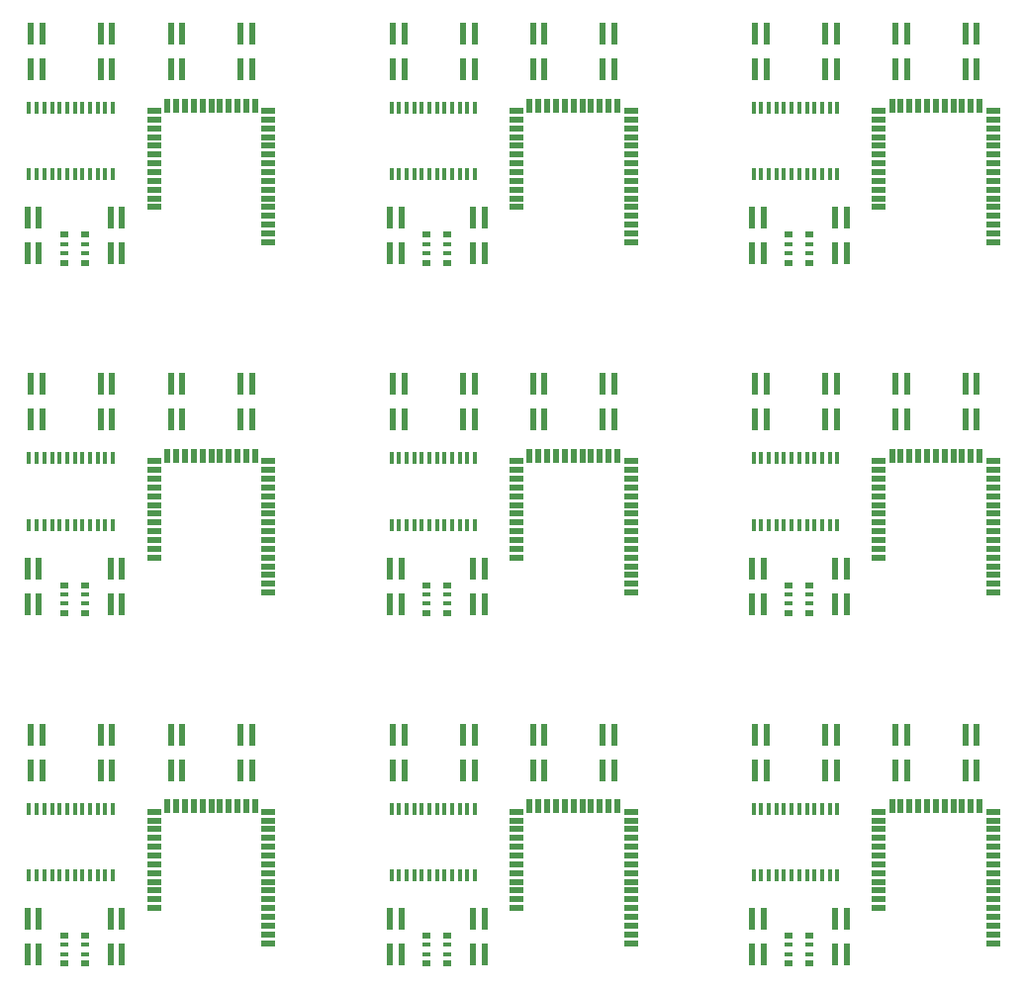
<source format=gbp>
%MOIN*%
%OFA0B0*%
%FSLAX46Y46*%
%IPPOS*%
%LPD*%
%ADD10R,0.047244094488188976X0.01968503937007874*%
%ADD11R,0.01968503937007874X0.047244094488188976*%
%ADD12R,0.015748031496062995X0.043307086614173235*%
%ADD13R,0.031496062992125991X0.01968503937007874*%
%ADD14R,0.031496062992125991X0.015748031496062995*%
%ADD15R,0.01968503937007874X0.072834645669291348*%
%ADD26R,0.047244094488188976X0.01968503937007874*%
%ADD27R,0.01968503937007874X0.047244094488188976*%
%ADD28R,0.015748031496062995X0.043307086614173235*%
%ADD29R,0.031496062992125991X0.01968503937007874*%
%ADD30R,0.031496062992125991X0.015748031496062995*%
%ADD31R,0.01968503937007874X0.072834645669291348*%
%ADD32R,0.047244094488188976X0.01968503937007874*%
%ADD33R,0.01968503937007874X0.047244094488188976*%
%ADD34R,0.015748031496062995X0.043307086614173235*%
%ADD35R,0.031496062992125991X0.01968503937007874*%
%ADD36R,0.031496062992125991X0.015748031496062995*%
%ADD37R,0.01968503937007874X0.072834645669291348*%
%ADD38R,0.047244094488188976X0.01968503937007874*%
%ADD39R,0.01968503937007874X0.047244094488188976*%
%ADD40R,0.015748031496062995X0.043307086614173235*%
%ADD41R,0.031496062992125991X0.01968503937007874*%
%ADD42R,0.031496062992125991X0.015748031496062995*%
%ADD43R,0.01968503937007874X0.072834645669291348*%
%ADD44R,0.047244094488188976X0.01968503937007874*%
%ADD45R,0.01968503937007874X0.047244094488188976*%
%ADD46R,0.015748031496062995X0.043307086614173235*%
%ADD47R,0.031496062992125991X0.01968503937007874*%
%ADD48R,0.031496062992125991X0.015748031496062995*%
%ADD49R,0.01968503937007874X0.072834645669291348*%
%ADD50R,0.047244094488188976X0.01968503937007874*%
%ADD51R,0.01968503937007874X0.047244094488188976*%
%ADD52R,0.015748031496062995X0.043307086614173235*%
%ADD53R,0.031496062992125991X0.01968503937007874*%
%ADD54R,0.031496062992125991X0.015748031496062995*%
%ADD55R,0.01968503937007874X0.072834645669291348*%
%ADD56R,0.047244094488188976X0.01968503937007874*%
%ADD57R,0.01968503937007874X0.047244094488188976*%
%ADD58R,0.015748031496062995X0.043307086614173235*%
%ADD59R,0.031496062992125991X0.01968503937007874*%
%ADD60R,0.031496062992125991X0.015748031496062995*%
%ADD61R,0.01968503937007874X0.072834645669291348*%
%ADD62R,0.047244094488188976X0.01968503937007874*%
%ADD63R,0.01968503937007874X0.047244094488188976*%
%ADD64R,0.015748031496062995X0.043307086614173235*%
%ADD65R,0.031496062992125991X0.01968503937007874*%
%ADD66R,0.031496062992125991X0.015748031496062995*%
%ADD67R,0.01968503937007874X0.072834645669291348*%
%ADD68R,0.047244094488188976X0.01968503937007874*%
%ADD69R,0.01968503937007874X0.047244094488188976*%
%ADD70R,0.015748031496062995X0.043307086614173235*%
%ADD71R,0.031496062992125991X0.01968503937007874*%
%ADD72R,0.031496062992125991X0.015748031496062995*%
%ADD73R,0.01968503937007874X0.072834645669291348*%
D10*
X-0005196850Y0007007874D02*
X0000799566Y0002970551D03*
X0000799566Y0003000078D03*
X0000799566Y0003029606D03*
X0000799566Y0003059133D03*
X0000799566Y0003088661D03*
X0000799566Y0003118188D03*
X0000799566Y0003147716D03*
X0000799566Y0003177244D03*
X0000799566Y0003206771D03*
X0000799566Y0003236299D03*
X0000799566Y0003265826D03*
X0000799566Y0003295354D03*
D11*
X0000844842Y0003313070D03*
X0000874370Y0003313070D03*
X0000903897Y0003313070D03*
X0000933425Y0003313070D03*
X0000962952Y0003313070D03*
X0000992480Y0003313070D03*
X0001022007Y0003313070D03*
X0001051535Y0003313070D03*
X0001081062Y0003313070D03*
X0001110590Y0003313070D03*
X0001140118Y0003313070D03*
D10*
X0001185393Y0003295354D03*
X0001185393Y0003265826D03*
X0001185393Y0003236299D03*
X0001185393Y0003206771D03*
X0001185393Y0003177244D03*
X0001185393Y0003147716D03*
X0001185393Y0003118188D03*
X0001185393Y0003088661D03*
X0001185393Y0003059133D03*
X0001185393Y0003029606D03*
X0001185393Y0003000078D03*
X0001185393Y0002970551D03*
X0001185393Y0002941023D03*
X0001185393Y0002911496D03*
X0001185393Y0002881968D03*
X0001185393Y0002852440D03*
D12*
X0000378818Y0003081102D03*
X0000404409Y0003081102D03*
X0000429999Y0003081102D03*
X0000455590Y0003081102D03*
X0000481181Y0003081102D03*
X0000506771Y0003081102D03*
X0000532362Y0003081102D03*
X0000557952Y0003081102D03*
X0000583543Y0003081102D03*
X0000609133Y0003081102D03*
X0000634724Y0003081102D03*
X0000660314Y0003081102D03*
X0000660314Y0003305511D03*
X0000634724Y0003305511D03*
X0000609133Y0003305511D03*
X0000583543Y0003305511D03*
X0000557952Y0003305511D03*
X0000532362Y0003305511D03*
X0000506771Y0003305511D03*
X0000481181Y0003305511D03*
X0000455590Y0003305511D03*
X0000429999Y0003305511D03*
X0000404409Y0003305511D03*
X0000378818Y0003305511D03*
D13*
X0000567598Y0002878031D03*
D14*
X0000567598Y0002815039D03*
X0000567598Y0002846535D03*
D13*
X0000567598Y0002783543D03*
D14*
X0000496732Y0002846535D03*
D13*
X0000496732Y0002878031D03*
D14*
X0000496732Y0002815039D03*
D13*
X0000496732Y0002783543D03*
D15*
X0000652401Y0002814055D03*
X0000652401Y0002934133D03*
X0000691771Y0002814055D03*
X0000691771Y0002934133D03*
X0000411929Y0002934133D03*
X0000411929Y0002814055D03*
X0000372559Y0002934133D03*
X0000372559Y0002814055D03*
X0001131023Y0003554881D03*
X0001131023Y0003434803D03*
X0001091653Y0003554881D03*
X0001091653Y0003434803D03*
X0000894894Y0003554881D03*
X0000894894Y0003434803D03*
X0000855524Y0003554881D03*
X0000855524Y0003434803D03*
X0000619396Y0003434803D03*
X0000619396Y0003554881D03*
X0000658766Y0003434803D03*
X0000658766Y0003554881D03*
X0000422637Y0003554881D03*
X0000422637Y0003434803D03*
X0000383267Y0003554881D03*
X0000383267Y0003434803D03*
G04 next file*
G04 #@! TF.GenerationSoftware,KiCad,Pcbnew,(5.1.2)-1*
G04 #@! TF.CreationDate,2019-11-08T13:50:46+05:30*
G04 #@! TF.ProjectId,TALK,54414c4b-2e6b-4696-9361-645f70636258,rev?*
G04 #@! TF.SameCoordinates,Original*
G04 #@! TF.FileFunction,Paste,Bot*
G04 #@! TF.FilePolarity,Positive*
G04 Gerber Fmt 4.6, Leading zero omitted, Abs format (unit mm)*
G04 Created by KiCad (PCBNEW (5.1.2)-1) date 2019-11-08 13:50:46*
G04 APERTURE LIST*
G04 APERTURE END LIST*
D26*
X-0003976377Y0007007874D02*
X0002020039Y0002970551D03*
X0002020039Y0003000078D03*
X0002020039Y0003029606D03*
X0002020039Y0003059133D03*
X0002020039Y0003088661D03*
X0002020039Y0003118188D03*
X0002020039Y0003147716D03*
X0002020039Y0003177244D03*
X0002020039Y0003206771D03*
X0002020039Y0003236299D03*
X0002020039Y0003265826D03*
X0002020039Y0003295354D03*
D27*
X0002065314Y0003313070D03*
X0002094842Y0003313070D03*
X0002124370Y0003313070D03*
X0002153897Y0003313070D03*
X0002183425Y0003313070D03*
X0002212952Y0003313070D03*
X0002242480Y0003313070D03*
X0002272007Y0003313070D03*
X0002301535Y0003313070D03*
X0002331062Y0003313070D03*
X0002360590Y0003313070D03*
D26*
X0002405866Y0003295354D03*
X0002405866Y0003265826D03*
X0002405866Y0003236299D03*
X0002405866Y0003206771D03*
X0002405866Y0003177244D03*
X0002405866Y0003147716D03*
X0002405866Y0003118188D03*
X0002405866Y0003088661D03*
X0002405866Y0003059133D03*
X0002405866Y0003029606D03*
X0002405866Y0003000078D03*
X0002405866Y0002970551D03*
X0002405866Y0002941023D03*
X0002405866Y0002911496D03*
X0002405866Y0002881968D03*
X0002405866Y0002852440D03*
D28*
X0001599291Y0003081102D03*
X0001624881Y0003081102D03*
X0001650472Y0003081102D03*
X0001676062Y0003081102D03*
X0001701653Y0003081102D03*
X0001727244Y0003081102D03*
X0001752834Y0003081102D03*
X0001778425Y0003081102D03*
X0001804015Y0003081102D03*
X0001829606Y0003081102D03*
X0001855196Y0003081102D03*
X0001880787Y0003081102D03*
X0001880787Y0003305511D03*
X0001855196Y0003305511D03*
X0001829606Y0003305511D03*
X0001804015Y0003305511D03*
X0001778425Y0003305511D03*
X0001752834Y0003305511D03*
X0001727244Y0003305511D03*
X0001701653Y0003305511D03*
X0001676062Y0003305511D03*
X0001650472Y0003305511D03*
X0001624881Y0003305511D03*
X0001599291Y0003305511D03*
D29*
X0001788070Y0002878031D03*
D30*
X0001788070Y0002815039D03*
X0001788070Y0002846535D03*
D29*
X0001788070Y0002783543D03*
D30*
X0001717204Y0002846535D03*
D29*
X0001717204Y0002878031D03*
D30*
X0001717204Y0002815039D03*
D29*
X0001717204Y0002783543D03*
D31*
X0001872874Y0002814055D03*
X0001872874Y0002934133D03*
X0001912244Y0002814055D03*
X0001912244Y0002934133D03*
X0001632401Y0002934133D03*
X0001632401Y0002814055D03*
X0001593031Y0002934133D03*
X0001593031Y0002814055D03*
X0002351496Y0003554881D03*
X0002351496Y0003434803D03*
X0002312125Y0003554881D03*
X0002312125Y0003434803D03*
X0002115367Y0003554881D03*
X0002115367Y0003434803D03*
X0002075997Y0003554881D03*
X0002075997Y0003434803D03*
X0001839868Y0003434803D03*
X0001839868Y0003554881D03*
X0001879238Y0003434803D03*
X0001879238Y0003554881D03*
X0001643110Y0003554881D03*
X0001643110Y0003434803D03*
X0001603740Y0003554881D03*
X0001603740Y0003434803D03*
G04 next file*
G04 #@! TF.GenerationSoftware,KiCad,Pcbnew,(5.1.2)-1*
G04 #@! TF.CreationDate,2019-11-08T13:50:46+05:30*
G04 #@! TF.ProjectId,TALK,54414c4b-2e6b-4696-9361-645f70636258,rev?*
G04 #@! TF.SameCoordinates,Original*
G04 #@! TF.FileFunction,Paste,Bot*
G04 #@! TF.FilePolarity,Positive*
G04 Gerber Fmt 4.6, Leading zero omitted, Abs format (unit mm)*
G04 Created by KiCad (PCBNEW (5.1.2)-1) date 2019-11-08 13:50:46*
G04 APERTURE LIST*
G04 APERTURE END LIST*
D32*
X-0002755905Y0007007874D02*
X0003240511Y0002970551D03*
X0003240511Y0003000078D03*
X0003240511Y0003029606D03*
X0003240511Y0003059133D03*
X0003240511Y0003088661D03*
X0003240511Y0003118188D03*
X0003240511Y0003147716D03*
X0003240511Y0003177244D03*
X0003240511Y0003206771D03*
X0003240511Y0003236299D03*
X0003240511Y0003265826D03*
X0003240511Y0003295354D03*
D33*
X0003285787Y0003313070D03*
X0003315314Y0003313070D03*
X0003344842Y0003313070D03*
X0003374370Y0003313070D03*
X0003403897Y0003313070D03*
X0003433425Y0003313070D03*
X0003462952Y0003313070D03*
X0003492480Y0003313070D03*
X0003522007Y0003313070D03*
X0003551535Y0003313070D03*
X0003581062Y0003313070D03*
D32*
X0003626338Y0003295354D03*
X0003626338Y0003265826D03*
X0003626338Y0003236299D03*
X0003626338Y0003206771D03*
X0003626338Y0003177244D03*
X0003626338Y0003147716D03*
X0003626338Y0003118188D03*
X0003626338Y0003088661D03*
X0003626338Y0003059133D03*
X0003626338Y0003029606D03*
X0003626338Y0003000078D03*
X0003626338Y0002970551D03*
X0003626338Y0002941023D03*
X0003626338Y0002911496D03*
X0003626338Y0002881968D03*
X0003626338Y0002852440D03*
D34*
X0002819763Y0003081102D03*
X0002845354Y0003081102D03*
X0002870944Y0003081102D03*
X0002896535Y0003081102D03*
X0002922125Y0003081102D03*
X0002947716Y0003081102D03*
X0002973307Y0003081102D03*
X0002998897Y0003081102D03*
X0003024488Y0003081102D03*
X0003050078Y0003081102D03*
X0003075669Y0003081102D03*
X0003101259Y0003081102D03*
X0003101259Y0003305511D03*
X0003075669Y0003305511D03*
X0003050078Y0003305511D03*
X0003024488Y0003305511D03*
X0002998897Y0003305511D03*
X0002973307Y0003305511D03*
X0002947716Y0003305511D03*
X0002922125Y0003305511D03*
X0002896535Y0003305511D03*
X0002870944Y0003305511D03*
X0002845354Y0003305511D03*
X0002819763Y0003305511D03*
D35*
X0003008543Y0002878031D03*
D36*
X0003008543Y0002815039D03*
X0003008543Y0002846535D03*
D35*
X0003008543Y0002783543D03*
D36*
X0002937677Y0002846535D03*
D35*
X0002937677Y0002878031D03*
D36*
X0002937677Y0002815039D03*
D35*
X0002937677Y0002783543D03*
D37*
X0003093346Y0002814055D03*
X0003093346Y0002934133D03*
X0003132716Y0002814055D03*
X0003132716Y0002934133D03*
X0002852874Y0002934133D03*
X0002852874Y0002814055D03*
X0002813503Y0002934133D03*
X0002813503Y0002814055D03*
X0003571968Y0003554881D03*
X0003571968Y0003434803D03*
X0003532598Y0003554881D03*
X0003532598Y0003434803D03*
X0003335839Y0003554881D03*
X0003335839Y0003434803D03*
X0003296469Y0003554881D03*
X0003296469Y0003434803D03*
X0003060341Y0003434803D03*
X0003060341Y0003554881D03*
X0003099711Y0003434803D03*
X0003099711Y0003554881D03*
X0002863582Y0003554881D03*
X0002863582Y0003434803D03*
X0002824212Y0003554881D03*
X0002824212Y0003434803D03*
G04 next file*
G04 #@! TF.GenerationSoftware,KiCad,Pcbnew,(5.1.2)-1*
G04 #@! TF.CreationDate,2019-11-08T13:50:46+05:30*
G04 #@! TF.ProjectId,TALK,54414c4b-2e6b-4696-9361-645f70636258,rev?*
G04 #@! TF.SameCoordinates,Original*
G04 #@! TF.FileFunction,Paste,Bot*
G04 #@! TF.FilePolarity,Positive*
G04 Gerber Fmt 4.6, Leading zero omitted, Abs format (unit mm)*
G04 Created by KiCad (PCBNEW (5.1.2)-1) date 2019-11-08 13:50:46*
G04 APERTURE LIST*
G04 APERTURE END LIST*
D38*
X-0005196850Y0005826771D02*
X0000799566Y0001789448D03*
X0000799566Y0001818976D03*
X0000799566Y0001848503D03*
X0000799566Y0001878031D03*
X0000799566Y0001907559D03*
X0000799566Y0001937086D03*
X0000799566Y0001966614D03*
X0000799566Y0001996141D03*
X0000799566Y0002025669D03*
X0000799566Y0002055196D03*
X0000799566Y0002084724D03*
X0000799566Y0002114251D03*
D39*
X0000844842Y0002131968D03*
X0000874370Y0002131968D03*
X0000903897Y0002131968D03*
X0000933425Y0002131968D03*
X0000962952Y0002131968D03*
X0000992480Y0002131968D03*
X0001022007Y0002131968D03*
X0001051535Y0002131968D03*
X0001081062Y0002131968D03*
X0001110590Y0002131968D03*
X0001140118Y0002131968D03*
D38*
X0001185393Y0002114251D03*
X0001185393Y0002084724D03*
X0001185393Y0002055196D03*
X0001185393Y0002025669D03*
X0001185393Y0001996141D03*
X0001185393Y0001966614D03*
X0001185393Y0001937086D03*
X0001185393Y0001907559D03*
X0001185393Y0001878031D03*
X0001185393Y0001848503D03*
X0001185393Y0001818976D03*
X0001185393Y0001789448D03*
X0001185393Y0001759921D03*
X0001185393Y0001730393D03*
X0001185393Y0001700866D03*
X0001185393Y0001671338D03*
D40*
X0000378818Y0001900000D03*
X0000404409Y0001900000D03*
X0000429999Y0001900000D03*
X0000455590Y0001900000D03*
X0000481181Y0001900000D03*
X0000506771Y0001900000D03*
X0000532362Y0001900000D03*
X0000557952Y0001900000D03*
X0000583543Y0001900000D03*
X0000609133Y0001900000D03*
X0000634724Y0001900000D03*
X0000660314Y0001900000D03*
X0000660314Y0002124409D03*
X0000634724Y0002124409D03*
X0000609133Y0002124409D03*
X0000583543Y0002124409D03*
X0000557952Y0002124409D03*
X0000532362Y0002124409D03*
X0000506771Y0002124409D03*
X0000481181Y0002124409D03*
X0000455590Y0002124409D03*
X0000429999Y0002124409D03*
X0000404409Y0002124409D03*
X0000378818Y0002124409D03*
D41*
X0000567598Y0001696929D03*
D42*
X0000567598Y0001633936D03*
X0000567598Y0001665433D03*
D41*
X0000567598Y0001602440D03*
D42*
X0000496732Y0001665433D03*
D41*
X0000496732Y0001696929D03*
D42*
X0000496732Y0001633936D03*
D41*
X0000496732Y0001602440D03*
D43*
X0000652401Y0001632952D03*
X0000652401Y0001753031D03*
X0000691771Y0001632952D03*
X0000691771Y0001753031D03*
X0000411929Y0001753031D03*
X0000411929Y0001632952D03*
X0000372559Y0001753031D03*
X0000372559Y0001632952D03*
X0001131023Y0002373779D03*
X0001131023Y0002253700D03*
X0001091653Y0002373779D03*
X0001091653Y0002253700D03*
X0000894894Y0002373779D03*
X0000894894Y0002253700D03*
X0000855524Y0002373779D03*
X0000855524Y0002253700D03*
X0000619396Y0002253700D03*
X0000619396Y0002373779D03*
X0000658766Y0002253700D03*
X0000658766Y0002373779D03*
X0000422637Y0002373779D03*
X0000422637Y0002253700D03*
X0000383267Y0002373779D03*
X0000383267Y0002253700D03*
G04 next file*
G04 #@! TF.GenerationSoftware,KiCad,Pcbnew,(5.1.2)-1*
G04 #@! TF.CreationDate,2019-11-08T13:50:46+05:30*
G04 #@! TF.ProjectId,TALK,54414c4b-2e6b-4696-9361-645f70636258,rev?*
G04 #@! TF.SameCoordinates,Original*
G04 #@! TF.FileFunction,Paste,Bot*
G04 #@! TF.FilePolarity,Positive*
G04 Gerber Fmt 4.6, Leading zero omitted, Abs format (unit mm)*
G04 Created by KiCad (PCBNEW (5.1.2)-1) date 2019-11-08 13:50:46*
G04 APERTURE LIST*
G04 APERTURE END LIST*
D44*
X-0003976377Y0005826771D02*
X0002020039Y0001789448D03*
X0002020039Y0001818976D03*
X0002020039Y0001848503D03*
X0002020039Y0001878031D03*
X0002020039Y0001907559D03*
X0002020039Y0001937086D03*
X0002020039Y0001966614D03*
X0002020039Y0001996141D03*
X0002020039Y0002025669D03*
X0002020039Y0002055196D03*
X0002020039Y0002084724D03*
X0002020039Y0002114251D03*
D45*
X0002065314Y0002131968D03*
X0002094842Y0002131968D03*
X0002124370Y0002131968D03*
X0002153897Y0002131968D03*
X0002183425Y0002131968D03*
X0002212952Y0002131968D03*
X0002242480Y0002131968D03*
X0002272007Y0002131968D03*
X0002301535Y0002131968D03*
X0002331062Y0002131968D03*
X0002360590Y0002131968D03*
D44*
X0002405866Y0002114251D03*
X0002405866Y0002084724D03*
X0002405866Y0002055196D03*
X0002405866Y0002025669D03*
X0002405866Y0001996141D03*
X0002405866Y0001966614D03*
X0002405866Y0001937086D03*
X0002405866Y0001907559D03*
X0002405866Y0001878031D03*
X0002405866Y0001848503D03*
X0002405866Y0001818976D03*
X0002405866Y0001789448D03*
X0002405866Y0001759921D03*
X0002405866Y0001730393D03*
X0002405866Y0001700866D03*
X0002405866Y0001671338D03*
D46*
X0001599291Y0001900000D03*
X0001624881Y0001900000D03*
X0001650472Y0001900000D03*
X0001676062Y0001900000D03*
X0001701653Y0001900000D03*
X0001727244Y0001900000D03*
X0001752834Y0001900000D03*
X0001778425Y0001900000D03*
X0001804015Y0001900000D03*
X0001829606Y0001900000D03*
X0001855196Y0001900000D03*
X0001880787Y0001900000D03*
X0001880787Y0002124409D03*
X0001855196Y0002124409D03*
X0001829606Y0002124409D03*
X0001804015Y0002124409D03*
X0001778425Y0002124409D03*
X0001752834Y0002124409D03*
X0001727244Y0002124409D03*
X0001701653Y0002124409D03*
X0001676062Y0002124409D03*
X0001650472Y0002124409D03*
X0001624881Y0002124409D03*
X0001599291Y0002124409D03*
D47*
X0001788070Y0001696929D03*
D48*
X0001788070Y0001633936D03*
X0001788070Y0001665433D03*
D47*
X0001788070Y0001602440D03*
D48*
X0001717204Y0001665433D03*
D47*
X0001717204Y0001696929D03*
D48*
X0001717204Y0001633936D03*
D47*
X0001717204Y0001602440D03*
D49*
X0001872874Y0001632952D03*
X0001872874Y0001753031D03*
X0001912244Y0001632952D03*
X0001912244Y0001753031D03*
X0001632401Y0001753031D03*
X0001632401Y0001632952D03*
X0001593031Y0001753031D03*
X0001593031Y0001632952D03*
X0002351496Y0002373779D03*
X0002351496Y0002253700D03*
X0002312125Y0002373779D03*
X0002312125Y0002253700D03*
X0002115367Y0002373779D03*
X0002115367Y0002253700D03*
X0002075997Y0002373779D03*
X0002075997Y0002253700D03*
X0001839868Y0002253700D03*
X0001839868Y0002373779D03*
X0001879238Y0002253700D03*
X0001879238Y0002373779D03*
X0001643110Y0002373779D03*
X0001643110Y0002253700D03*
X0001603740Y0002373779D03*
X0001603740Y0002253700D03*
G04 next file*
G04 #@! TF.GenerationSoftware,KiCad,Pcbnew,(5.1.2)-1*
G04 #@! TF.CreationDate,2019-11-08T13:50:46+05:30*
G04 #@! TF.ProjectId,TALK,54414c4b-2e6b-4696-9361-645f70636258,rev?*
G04 #@! TF.SameCoordinates,Original*
G04 #@! TF.FileFunction,Paste,Bot*
G04 #@! TF.FilePolarity,Positive*
G04 Gerber Fmt 4.6, Leading zero omitted, Abs format (unit mm)*
G04 Created by KiCad (PCBNEW (5.1.2)-1) date 2019-11-08 13:50:46*
G04 APERTURE LIST*
G04 APERTURE END LIST*
D50*
X-0002755905Y0005826771D02*
X0003240511Y0001789448D03*
X0003240511Y0001818976D03*
X0003240511Y0001848503D03*
X0003240511Y0001878031D03*
X0003240511Y0001907559D03*
X0003240511Y0001937086D03*
X0003240511Y0001966614D03*
X0003240511Y0001996141D03*
X0003240511Y0002025669D03*
X0003240511Y0002055196D03*
X0003240511Y0002084724D03*
X0003240511Y0002114251D03*
D51*
X0003285787Y0002131968D03*
X0003315314Y0002131968D03*
X0003344842Y0002131968D03*
X0003374370Y0002131968D03*
X0003403897Y0002131968D03*
X0003433425Y0002131968D03*
X0003462952Y0002131968D03*
X0003492480Y0002131968D03*
X0003522007Y0002131968D03*
X0003551535Y0002131968D03*
X0003581062Y0002131968D03*
D50*
X0003626338Y0002114251D03*
X0003626338Y0002084724D03*
X0003626338Y0002055196D03*
X0003626338Y0002025669D03*
X0003626338Y0001996141D03*
X0003626338Y0001966614D03*
X0003626338Y0001937086D03*
X0003626338Y0001907559D03*
X0003626338Y0001878031D03*
X0003626338Y0001848503D03*
X0003626338Y0001818976D03*
X0003626338Y0001789448D03*
X0003626338Y0001759921D03*
X0003626338Y0001730393D03*
X0003626338Y0001700866D03*
X0003626338Y0001671338D03*
D52*
X0002819763Y0001900000D03*
X0002845354Y0001900000D03*
X0002870944Y0001900000D03*
X0002896535Y0001900000D03*
X0002922125Y0001900000D03*
X0002947716Y0001900000D03*
X0002973307Y0001900000D03*
X0002998897Y0001900000D03*
X0003024488Y0001900000D03*
X0003050078Y0001900000D03*
X0003075669Y0001900000D03*
X0003101259Y0001900000D03*
X0003101259Y0002124409D03*
X0003075669Y0002124409D03*
X0003050078Y0002124409D03*
X0003024488Y0002124409D03*
X0002998897Y0002124409D03*
X0002973307Y0002124409D03*
X0002947716Y0002124409D03*
X0002922125Y0002124409D03*
X0002896535Y0002124409D03*
X0002870944Y0002124409D03*
X0002845354Y0002124409D03*
X0002819763Y0002124409D03*
D53*
X0003008543Y0001696929D03*
D54*
X0003008543Y0001633936D03*
X0003008543Y0001665433D03*
D53*
X0003008543Y0001602440D03*
D54*
X0002937677Y0001665433D03*
D53*
X0002937677Y0001696929D03*
D54*
X0002937677Y0001633936D03*
D53*
X0002937677Y0001602440D03*
D55*
X0003093346Y0001632952D03*
X0003093346Y0001753031D03*
X0003132716Y0001632952D03*
X0003132716Y0001753031D03*
X0002852874Y0001753031D03*
X0002852874Y0001632952D03*
X0002813503Y0001753031D03*
X0002813503Y0001632952D03*
X0003571968Y0002373779D03*
X0003571968Y0002253700D03*
X0003532598Y0002373779D03*
X0003532598Y0002253700D03*
X0003335839Y0002373779D03*
X0003335839Y0002253700D03*
X0003296469Y0002373779D03*
X0003296469Y0002253700D03*
X0003060341Y0002253700D03*
X0003060341Y0002373779D03*
X0003099711Y0002253700D03*
X0003099711Y0002373779D03*
X0002863582Y0002373779D03*
X0002863582Y0002253700D03*
X0002824212Y0002373779D03*
X0002824212Y0002253700D03*
G04 next file*
G04 #@! TF.GenerationSoftware,KiCad,Pcbnew,(5.1.2)-1*
G04 #@! TF.CreationDate,2019-11-08T13:50:46+05:30*
G04 #@! TF.ProjectId,TALK,54414c4b-2e6b-4696-9361-645f70636258,rev?*
G04 #@! TF.SameCoordinates,Original*
G04 #@! TF.FileFunction,Paste,Bot*
G04 #@! TF.FilePolarity,Positive*
G04 Gerber Fmt 4.6, Leading zero omitted, Abs format (unit mm)*
G04 Created by KiCad (PCBNEW (5.1.2)-1) date 2019-11-08 13:50:46*
G04 APERTURE LIST*
G04 APERTURE END LIST*
D56*
X-0005196850Y0004645669D02*
X0000799566Y0000608346D03*
X0000799566Y0000637873D03*
X0000799566Y0000667401D03*
X0000799566Y0000696929D03*
X0000799566Y0000726456D03*
X0000799566Y0000755984D03*
X0000799566Y0000785511D03*
X0000799566Y0000815039D03*
X0000799566Y0000844566D03*
X0000799566Y0000874094D03*
X0000799566Y0000903622D03*
X0000799566Y0000933149D03*
D57*
X0000844842Y0000950866D03*
X0000874370Y0000950866D03*
X0000903897Y0000950866D03*
X0000933425Y0000950866D03*
X0000962952Y0000950866D03*
X0000992480Y0000950866D03*
X0001022007Y0000950866D03*
X0001051535Y0000950866D03*
X0001081062Y0000950866D03*
X0001110590Y0000950866D03*
X0001140118Y0000950866D03*
D56*
X0001185393Y0000933149D03*
X0001185393Y0000903622D03*
X0001185393Y0000874094D03*
X0001185393Y0000844566D03*
X0001185393Y0000815039D03*
X0001185393Y0000785511D03*
X0001185393Y0000755984D03*
X0001185393Y0000726456D03*
X0001185393Y0000696929D03*
X0001185393Y0000667401D03*
X0001185393Y0000637873D03*
X0001185393Y0000608346D03*
X0001185393Y0000578818D03*
X0001185393Y0000549291D03*
X0001185393Y0000519763D03*
X0001185393Y0000490236D03*
D58*
X0000378818Y0000718897D03*
X0000404409Y0000718897D03*
X0000429999Y0000718897D03*
X0000455590Y0000718897D03*
X0000481181Y0000718897D03*
X0000506771Y0000718897D03*
X0000532362Y0000718897D03*
X0000557952Y0000718897D03*
X0000583543Y0000718897D03*
X0000609133Y0000718897D03*
X0000634724Y0000718897D03*
X0000660314Y0000718897D03*
X0000660314Y0000943307D03*
X0000634724Y0000943307D03*
X0000609133Y0000943307D03*
X0000583543Y0000943307D03*
X0000557952Y0000943307D03*
X0000532362Y0000943307D03*
X0000506771Y0000943307D03*
X0000481181Y0000943307D03*
X0000455590Y0000943307D03*
X0000429999Y0000943307D03*
X0000404409Y0000943307D03*
X0000378818Y0000943307D03*
D59*
X0000567598Y0000515826D03*
D60*
X0000567598Y0000452834D03*
X0000567598Y0000484330D03*
D59*
X0000567598Y0000421338D03*
D60*
X0000496732Y0000484330D03*
D59*
X0000496732Y0000515826D03*
D60*
X0000496732Y0000452834D03*
D59*
X0000496732Y0000421338D03*
D61*
X0000652401Y0000451850D03*
X0000652401Y0000571929D03*
X0000691771Y0000451850D03*
X0000691771Y0000571929D03*
X0000411929Y0000571929D03*
X0000411929Y0000451850D03*
X0000372559Y0000571929D03*
X0000372559Y0000451850D03*
X0001131023Y0001192677D03*
X0001131023Y0001072598D03*
X0001091653Y0001192677D03*
X0001091653Y0001072598D03*
X0000894894Y0001192677D03*
X0000894894Y0001072598D03*
X0000855524Y0001192677D03*
X0000855524Y0001072598D03*
X0000619396Y0001072598D03*
X0000619396Y0001192677D03*
X0000658766Y0001072598D03*
X0000658766Y0001192677D03*
X0000422637Y0001192677D03*
X0000422637Y0001072598D03*
X0000383267Y0001192677D03*
X0000383267Y0001072598D03*
G04 next file*
G04 #@! TF.GenerationSoftware,KiCad,Pcbnew,(5.1.2)-1*
G04 #@! TF.CreationDate,2019-11-08T13:50:46+05:30*
G04 #@! TF.ProjectId,TALK,54414c4b-2e6b-4696-9361-645f70636258,rev?*
G04 #@! TF.SameCoordinates,Original*
G04 #@! TF.FileFunction,Paste,Bot*
G04 #@! TF.FilePolarity,Positive*
G04 Gerber Fmt 4.6, Leading zero omitted, Abs format (unit mm)*
G04 Created by KiCad (PCBNEW (5.1.2)-1) date 2019-11-08 13:50:46*
G04 APERTURE LIST*
G04 APERTURE END LIST*
D62*
X-0003976377Y0004645669D02*
X0002020039Y0000608346D03*
X0002020039Y0000637873D03*
X0002020039Y0000667401D03*
X0002020039Y0000696929D03*
X0002020039Y0000726456D03*
X0002020039Y0000755984D03*
X0002020039Y0000785511D03*
X0002020039Y0000815039D03*
X0002020039Y0000844566D03*
X0002020039Y0000874094D03*
X0002020039Y0000903622D03*
X0002020039Y0000933149D03*
D63*
X0002065314Y0000950866D03*
X0002094842Y0000950866D03*
X0002124370Y0000950866D03*
X0002153897Y0000950866D03*
X0002183425Y0000950866D03*
X0002212952Y0000950866D03*
X0002242480Y0000950866D03*
X0002272007Y0000950866D03*
X0002301535Y0000950866D03*
X0002331062Y0000950866D03*
X0002360590Y0000950866D03*
D62*
X0002405866Y0000933149D03*
X0002405866Y0000903622D03*
X0002405866Y0000874094D03*
X0002405866Y0000844566D03*
X0002405866Y0000815039D03*
X0002405866Y0000785511D03*
X0002405866Y0000755984D03*
X0002405866Y0000726456D03*
X0002405866Y0000696929D03*
X0002405866Y0000667401D03*
X0002405866Y0000637873D03*
X0002405866Y0000608346D03*
X0002405866Y0000578818D03*
X0002405866Y0000549291D03*
X0002405866Y0000519763D03*
X0002405866Y0000490236D03*
D64*
X0001599291Y0000718897D03*
X0001624881Y0000718897D03*
X0001650472Y0000718897D03*
X0001676062Y0000718897D03*
X0001701653Y0000718897D03*
X0001727244Y0000718897D03*
X0001752834Y0000718897D03*
X0001778425Y0000718897D03*
X0001804015Y0000718897D03*
X0001829606Y0000718897D03*
X0001855196Y0000718897D03*
X0001880787Y0000718897D03*
X0001880787Y0000943307D03*
X0001855196Y0000943307D03*
X0001829606Y0000943307D03*
X0001804015Y0000943307D03*
X0001778425Y0000943307D03*
X0001752834Y0000943307D03*
X0001727244Y0000943307D03*
X0001701653Y0000943307D03*
X0001676062Y0000943307D03*
X0001650472Y0000943307D03*
X0001624881Y0000943307D03*
X0001599291Y0000943307D03*
D65*
X0001788070Y0000515826D03*
D66*
X0001788070Y0000452834D03*
X0001788070Y0000484330D03*
D65*
X0001788070Y0000421338D03*
D66*
X0001717204Y0000484330D03*
D65*
X0001717204Y0000515826D03*
D66*
X0001717204Y0000452834D03*
D65*
X0001717204Y0000421338D03*
D67*
X0001872874Y0000451850D03*
X0001872874Y0000571929D03*
X0001912244Y0000451850D03*
X0001912244Y0000571929D03*
X0001632401Y0000571929D03*
X0001632401Y0000451850D03*
X0001593031Y0000571929D03*
X0001593031Y0000451850D03*
X0002351496Y0001192677D03*
X0002351496Y0001072598D03*
X0002312125Y0001192677D03*
X0002312125Y0001072598D03*
X0002115367Y0001192677D03*
X0002115367Y0001072598D03*
X0002075997Y0001192677D03*
X0002075997Y0001072598D03*
X0001839868Y0001072598D03*
X0001839868Y0001192677D03*
X0001879238Y0001072598D03*
X0001879238Y0001192677D03*
X0001643110Y0001192677D03*
X0001643110Y0001072598D03*
X0001603740Y0001192677D03*
X0001603740Y0001072598D03*
G04 next file*
G04 #@! TF.GenerationSoftware,KiCad,Pcbnew,(5.1.2)-1*
G04 #@! TF.CreationDate,2019-11-08T13:50:46+05:30*
G04 #@! TF.ProjectId,TALK,54414c4b-2e6b-4696-9361-645f70636258,rev?*
G04 #@! TF.SameCoordinates,Original*
G04 #@! TF.FileFunction,Paste,Bot*
G04 #@! TF.FilePolarity,Positive*
G04 Gerber Fmt 4.6, Leading zero omitted, Abs format (unit mm)*
G04 Created by KiCad (PCBNEW (5.1.2)-1) date 2019-11-08 13:50:46*
G04 APERTURE LIST*
G04 APERTURE END LIST*
D68*
X-0002755905Y0004645669D02*
X0003240511Y0000608346D03*
X0003240511Y0000637873D03*
X0003240511Y0000667401D03*
X0003240511Y0000696929D03*
X0003240511Y0000726456D03*
X0003240511Y0000755984D03*
X0003240511Y0000785511D03*
X0003240511Y0000815039D03*
X0003240511Y0000844566D03*
X0003240511Y0000874094D03*
X0003240511Y0000903622D03*
X0003240511Y0000933149D03*
D69*
X0003285787Y0000950866D03*
X0003315314Y0000950866D03*
X0003344842Y0000950866D03*
X0003374370Y0000950866D03*
X0003403897Y0000950866D03*
X0003433425Y0000950866D03*
X0003462952Y0000950866D03*
X0003492480Y0000950866D03*
X0003522007Y0000950866D03*
X0003551535Y0000950866D03*
X0003581062Y0000950866D03*
D68*
X0003626338Y0000933149D03*
X0003626338Y0000903622D03*
X0003626338Y0000874094D03*
X0003626338Y0000844566D03*
X0003626338Y0000815039D03*
X0003626338Y0000785511D03*
X0003626338Y0000755984D03*
X0003626338Y0000726456D03*
X0003626338Y0000696929D03*
X0003626338Y0000667401D03*
X0003626338Y0000637873D03*
X0003626338Y0000608346D03*
X0003626338Y0000578818D03*
X0003626338Y0000549291D03*
X0003626338Y0000519763D03*
X0003626338Y0000490236D03*
D70*
X0002819763Y0000718897D03*
X0002845354Y0000718897D03*
X0002870944Y0000718897D03*
X0002896535Y0000718897D03*
X0002922125Y0000718897D03*
X0002947716Y0000718897D03*
X0002973307Y0000718897D03*
X0002998897Y0000718897D03*
X0003024488Y0000718897D03*
X0003050078Y0000718897D03*
X0003075669Y0000718897D03*
X0003101259Y0000718897D03*
X0003101259Y0000943307D03*
X0003075669Y0000943307D03*
X0003050078Y0000943307D03*
X0003024488Y0000943307D03*
X0002998897Y0000943307D03*
X0002973307Y0000943307D03*
X0002947716Y0000943307D03*
X0002922125Y0000943307D03*
X0002896535Y0000943307D03*
X0002870944Y0000943307D03*
X0002845354Y0000943307D03*
X0002819763Y0000943307D03*
D71*
X0003008543Y0000515826D03*
D72*
X0003008543Y0000452834D03*
X0003008543Y0000484330D03*
D71*
X0003008543Y0000421338D03*
D72*
X0002937677Y0000484330D03*
D71*
X0002937677Y0000515826D03*
D72*
X0002937677Y0000452834D03*
D71*
X0002937677Y0000421338D03*
D73*
X0003093346Y0000451850D03*
X0003093346Y0000571929D03*
X0003132716Y0000451850D03*
X0003132716Y0000571929D03*
X0002852874Y0000571929D03*
X0002852874Y0000451850D03*
X0002813503Y0000571929D03*
X0002813503Y0000451850D03*
X0003571968Y0001192677D03*
X0003571968Y0001072598D03*
X0003532598Y0001192677D03*
X0003532598Y0001072598D03*
X0003335839Y0001192677D03*
X0003335839Y0001072598D03*
X0003296469Y0001192677D03*
X0003296469Y0001072598D03*
X0003060341Y0001072598D03*
X0003060341Y0001192677D03*
X0003099711Y0001072598D03*
X0003099711Y0001192677D03*
X0002863582Y0001192677D03*
X0002863582Y0001072598D03*
X0002824212Y0001192677D03*
X0002824212Y0001072598D03*
M02*
</source>
